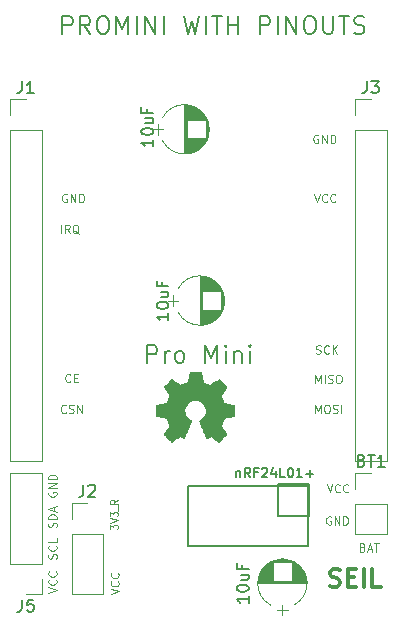
<source format=gbr>
G04 #@! TF.FileFunction,Legend,Top*
%FSLAX46Y46*%
G04 Gerber Fmt 4.6, Leading zero omitted, Abs format (unit mm)*
G04 Created by KiCad (PCBNEW 4.0.7-e2-6376~58~ubuntu16.04.1) date Mon Apr  2 12:22:34 2018*
%MOMM*%
%LPD*%
G01*
G04 APERTURE LIST*
%ADD10C,0.100000*%
%ADD11C,0.300000*%
%ADD12C,0.120000*%
%ADD13C,0.150000*%
%ADD14C,0.010000*%
%ADD15C,0.160000*%
G04 APERTURE END LIST*
D10*
D11*
X132421571Y-107160143D02*
X132635857Y-107231571D01*
X132993000Y-107231571D01*
X133135857Y-107160143D01*
X133207286Y-107088714D01*
X133278714Y-106945857D01*
X133278714Y-106803000D01*
X133207286Y-106660143D01*
X133135857Y-106588714D01*
X132993000Y-106517286D01*
X132707286Y-106445857D01*
X132564428Y-106374429D01*
X132493000Y-106303000D01*
X132421571Y-106160143D01*
X132421571Y-106017286D01*
X132493000Y-105874429D01*
X132564428Y-105803000D01*
X132707286Y-105731571D01*
X133064428Y-105731571D01*
X133278714Y-105803000D01*
X133921571Y-106445857D02*
X134421571Y-106445857D01*
X134635857Y-107231571D02*
X133921571Y-107231571D01*
X133921571Y-105731571D01*
X134635857Y-105731571D01*
X135278714Y-107231571D02*
X135278714Y-105731571D01*
X136707286Y-107231571D02*
X135993000Y-107231571D01*
X135993000Y-105731571D01*
D10*
X109646334Y-77278667D02*
X109646334Y-76578667D01*
X110379667Y-77278667D02*
X110146333Y-76945333D01*
X109979667Y-77278667D02*
X109979667Y-76578667D01*
X110246333Y-76578667D01*
X110313000Y-76612000D01*
X110346333Y-76645333D01*
X110379667Y-76712000D01*
X110379667Y-76812000D01*
X110346333Y-76878667D01*
X110313000Y-76912000D01*
X110246333Y-76945333D01*
X109979667Y-76945333D01*
X111146333Y-77345333D02*
X111079667Y-77312000D01*
X111013000Y-77245333D01*
X110913000Y-77145333D01*
X110846333Y-77112000D01*
X110779667Y-77112000D01*
X110813000Y-77278667D02*
X110746333Y-77245333D01*
X110679667Y-77178667D01*
X110646333Y-77045333D01*
X110646333Y-76812000D01*
X110679667Y-76678667D01*
X110746333Y-76612000D01*
X110813000Y-76578667D01*
X110946333Y-76578667D01*
X111013000Y-76612000D01*
X111079667Y-76678667D01*
X111113000Y-76812000D01*
X111113000Y-77045333D01*
X111079667Y-77178667D01*
X111013000Y-77245333D01*
X110946333Y-77278667D01*
X110813000Y-77278667D01*
X110070167Y-92452000D02*
X110036833Y-92485333D01*
X109936833Y-92518667D01*
X109870167Y-92518667D01*
X109770167Y-92485333D01*
X109703500Y-92418667D01*
X109670167Y-92352000D01*
X109636833Y-92218667D01*
X109636833Y-92118667D01*
X109670167Y-91985333D01*
X109703500Y-91918667D01*
X109770167Y-91852000D01*
X109870167Y-91818667D01*
X109936833Y-91818667D01*
X110036833Y-91852000D01*
X110070167Y-91885333D01*
X110336833Y-92485333D02*
X110436833Y-92518667D01*
X110603500Y-92518667D01*
X110670167Y-92485333D01*
X110703500Y-92452000D01*
X110736833Y-92385333D01*
X110736833Y-92318667D01*
X110703500Y-92252000D01*
X110670167Y-92218667D01*
X110603500Y-92185333D01*
X110470167Y-92152000D01*
X110403500Y-92118667D01*
X110370167Y-92085333D01*
X110336833Y-92018667D01*
X110336833Y-91952000D01*
X110370167Y-91885333D01*
X110403500Y-91852000D01*
X110470167Y-91818667D01*
X110636833Y-91818667D01*
X110736833Y-91852000D01*
X111036834Y-92518667D02*
X111036834Y-91818667D01*
X111436834Y-92518667D01*
X111436834Y-91818667D01*
X110453501Y-89848500D02*
X110420167Y-89881833D01*
X110320167Y-89915167D01*
X110253501Y-89915167D01*
X110153501Y-89881833D01*
X110086834Y-89815167D01*
X110053501Y-89748500D01*
X110020167Y-89615167D01*
X110020167Y-89515167D01*
X110053501Y-89381833D01*
X110086834Y-89315167D01*
X110153501Y-89248500D01*
X110253501Y-89215167D01*
X110320167Y-89215167D01*
X110420167Y-89248500D01*
X110453501Y-89281833D01*
X110753501Y-89548500D02*
X110986834Y-89548500D01*
X111086834Y-89915167D02*
X110753501Y-89915167D01*
X110753501Y-89215167D01*
X111086834Y-89215167D01*
X131170501Y-92518667D02*
X131170501Y-91818667D01*
X131403834Y-92318667D01*
X131637167Y-91818667D01*
X131637167Y-92518667D01*
X132103834Y-91818667D02*
X132237167Y-91818667D01*
X132303834Y-91852000D01*
X132370501Y-91918667D01*
X132403834Y-92052000D01*
X132403834Y-92285333D01*
X132370501Y-92418667D01*
X132303834Y-92485333D01*
X132237167Y-92518667D01*
X132103834Y-92518667D01*
X132037167Y-92485333D01*
X131970501Y-92418667D01*
X131937167Y-92285333D01*
X131937167Y-92052000D01*
X131970501Y-91918667D01*
X132037167Y-91852000D01*
X132103834Y-91818667D01*
X132670500Y-92485333D02*
X132770500Y-92518667D01*
X132937167Y-92518667D01*
X133003834Y-92485333D01*
X133037167Y-92452000D01*
X133070500Y-92385333D01*
X133070500Y-92318667D01*
X133037167Y-92252000D01*
X133003834Y-92218667D01*
X132937167Y-92185333D01*
X132803834Y-92152000D01*
X132737167Y-92118667D01*
X132703834Y-92085333D01*
X132670500Y-92018667D01*
X132670500Y-91952000D01*
X132703834Y-91885333D01*
X132737167Y-91852000D01*
X132803834Y-91818667D01*
X132970500Y-91818667D01*
X133070500Y-91852000D01*
X133370501Y-92518667D02*
X133370501Y-91818667D01*
X131170501Y-89978667D02*
X131170501Y-89278667D01*
X131403834Y-89778667D01*
X131637167Y-89278667D01*
X131637167Y-89978667D01*
X131970501Y-89978667D02*
X131970501Y-89278667D01*
X132270500Y-89945333D02*
X132370500Y-89978667D01*
X132537167Y-89978667D01*
X132603834Y-89945333D01*
X132637167Y-89912000D01*
X132670500Y-89845333D01*
X132670500Y-89778667D01*
X132637167Y-89712000D01*
X132603834Y-89678667D01*
X132537167Y-89645333D01*
X132403834Y-89612000D01*
X132337167Y-89578667D01*
X132303834Y-89545333D01*
X132270500Y-89478667D01*
X132270500Y-89412000D01*
X132303834Y-89345333D01*
X132337167Y-89312000D01*
X132403834Y-89278667D01*
X132570500Y-89278667D01*
X132670500Y-89312000D01*
X133103834Y-89278667D02*
X133237167Y-89278667D01*
X133303834Y-89312000D01*
X133370501Y-89378667D01*
X133403834Y-89512000D01*
X133403834Y-89745333D01*
X133370501Y-89878667D01*
X133303834Y-89945333D01*
X133237167Y-89978667D01*
X133103834Y-89978667D01*
X133037167Y-89945333D01*
X132970501Y-89878667D01*
X132937167Y-89745333D01*
X132937167Y-89512000D01*
X132970501Y-89378667D01*
X133037167Y-89312000D01*
X133103834Y-89278667D01*
X131243500Y-87468833D02*
X131343500Y-87502167D01*
X131510167Y-87502167D01*
X131576834Y-87468833D01*
X131610167Y-87435500D01*
X131643500Y-87368833D01*
X131643500Y-87302167D01*
X131610167Y-87235500D01*
X131576834Y-87202167D01*
X131510167Y-87168833D01*
X131376834Y-87135500D01*
X131310167Y-87102167D01*
X131276834Y-87068833D01*
X131243500Y-87002167D01*
X131243500Y-86935500D01*
X131276834Y-86868833D01*
X131310167Y-86835500D01*
X131376834Y-86802167D01*
X131543500Y-86802167D01*
X131643500Y-86835500D01*
X132343501Y-87435500D02*
X132310167Y-87468833D01*
X132210167Y-87502167D01*
X132143501Y-87502167D01*
X132043501Y-87468833D01*
X131976834Y-87402167D01*
X131943501Y-87335500D01*
X131910167Y-87202167D01*
X131910167Y-87102167D01*
X131943501Y-86968833D01*
X131976834Y-86902167D01*
X132043501Y-86835500D01*
X132143501Y-86802167D01*
X132210167Y-86802167D01*
X132310167Y-86835500D01*
X132343501Y-86868833D01*
X132643501Y-87502167D02*
X132643501Y-86802167D01*
X133043501Y-87502167D02*
X132743501Y-87102167D01*
X133043501Y-86802167D02*
X132643501Y-87202167D01*
X110147167Y-74008500D02*
X110080501Y-73975167D01*
X109980501Y-73975167D01*
X109880501Y-74008500D01*
X109813834Y-74075167D01*
X109780501Y-74141833D01*
X109747167Y-74275167D01*
X109747167Y-74375167D01*
X109780501Y-74508500D01*
X109813834Y-74575167D01*
X109880501Y-74641833D01*
X109980501Y-74675167D01*
X110047167Y-74675167D01*
X110147167Y-74641833D01*
X110180501Y-74608500D01*
X110180501Y-74375167D01*
X110047167Y-74375167D01*
X110480501Y-74675167D02*
X110480501Y-73975167D01*
X110880501Y-74675167D01*
X110880501Y-73975167D01*
X111213834Y-74675167D02*
X111213834Y-73975167D01*
X111380500Y-73975167D01*
X111480500Y-74008500D01*
X111547167Y-74075167D01*
X111580500Y-74141833D01*
X111613834Y-74275167D01*
X111613834Y-74375167D01*
X111580500Y-74508500D01*
X111547167Y-74575167D01*
X111480500Y-74641833D01*
X111380500Y-74675167D01*
X111213834Y-74675167D01*
X131419667Y-68992000D02*
X131353001Y-68958667D01*
X131253001Y-68958667D01*
X131153001Y-68992000D01*
X131086334Y-69058667D01*
X131053001Y-69125333D01*
X131019667Y-69258667D01*
X131019667Y-69358667D01*
X131053001Y-69492000D01*
X131086334Y-69558667D01*
X131153001Y-69625333D01*
X131253001Y-69658667D01*
X131319667Y-69658667D01*
X131419667Y-69625333D01*
X131453001Y-69592000D01*
X131453001Y-69358667D01*
X131319667Y-69358667D01*
X131753001Y-69658667D02*
X131753001Y-68958667D01*
X132153001Y-69658667D01*
X132153001Y-68958667D01*
X132486334Y-69658667D02*
X132486334Y-68958667D01*
X132653000Y-68958667D01*
X132753000Y-68992000D01*
X132819667Y-69058667D01*
X132853000Y-69125333D01*
X132886334Y-69258667D01*
X132886334Y-69358667D01*
X132853000Y-69492000D01*
X132819667Y-69558667D01*
X132753000Y-69625333D01*
X132653000Y-69658667D01*
X132486334Y-69658667D01*
X131083167Y-73975167D02*
X131316500Y-74675167D01*
X131549833Y-73975167D01*
X132183167Y-74608500D02*
X132149833Y-74641833D01*
X132049833Y-74675167D01*
X131983167Y-74675167D01*
X131883167Y-74641833D01*
X131816500Y-74575167D01*
X131783167Y-74508500D01*
X131749833Y-74375167D01*
X131749833Y-74275167D01*
X131783167Y-74141833D01*
X131816500Y-74075167D01*
X131883167Y-74008500D01*
X131983167Y-73975167D01*
X132049833Y-73975167D01*
X132149833Y-74008500D01*
X132183167Y-74041833D01*
X132883167Y-74608500D02*
X132849833Y-74641833D01*
X132749833Y-74675167D01*
X132683167Y-74675167D01*
X132583167Y-74641833D01*
X132516500Y-74575167D01*
X132483167Y-74508500D01*
X132449833Y-74375167D01*
X132449833Y-74275167D01*
X132483167Y-74141833D01*
X132516500Y-74075167D01*
X132583167Y-74008500D01*
X132683167Y-73975167D01*
X132749833Y-73975167D01*
X132849833Y-74008500D01*
X132883167Y-74041833D01*
X132499167Y-101313500D02*
X132432501Y-101280167D01*
X132332501Y-101280167D01*
X132232501Y-101313500D01*
X132165834Y-101380167D01*
X132132501Y-101446833D01*
X132099167Y-101580167D01*
X132099167Y-101680167D01*
X132132501Y-101813500D01*
X132165834Y-101880167D01*
X132232501Y-101946833D01*
X132332501Y-101980167D01*
X132399167Y-101980167D01*
X132499167Y-101946833D01*
X132532501Y-101913500D01*
X132532501Y-101680167D01*
X132399167Y-101680167D01*
X132832501Y-101980167D02*
X132832501Y-101280167D01*
X133232501Y-101980167D01*
X133232501Y-101280167D01*
X133565834Y-101980167D02*
X133565834Y-101280167D01*
X133732500Y-101280167D01*
X133832500Y-101313500D01*
X133899167Y-101380167D01*
X133932500Y-101446833D01*
X133965834Y-101580167D01*
X133965834Y-101680167D01*
X133932500Y-101813500D01*
X133899167Y-101880167D01*
X133832500Y-101946833D01*
X133732500Y-101980167D01*
X133565834Y-101980167D01*
X132162667Y-98549667D02*
X132396000Y-99249667D01*
X132629333Y-98549667D01*
X133262667Y-99183000D02*
X133229333Y-99216333D01*
X133129333Y-99249667D01*
X133062667Y-99249667D01*
X132962667Y-99216333D01*
X132896000Y-99149667D01*
X132862667Y-99083000D01*
X132829333Y-98949667D01*
X132829333Y-98849667D01*
X132862667Y-98716333D01*
X132896000Y-98649667D01*
X132962667Y-98583000D01*
X133062667Y-98549667D01*
X133129333Y-98549667D01*
X133229333Y-98583000D01*
X133262667Y-98616333D01*
X133962667Y-99183000D02*
X133929333Y-99216333D01*
X133829333Y-99249667D01*
X133762667Y-99249667D01*
X133662667Y-99216333D01*
X133596000Y-99149667D01*
X133562667Y-99083000D01*
X133529333Y-98949667D01*
X133529333Y-98849667D01*
X133562667Y-98716333D01*
X133596000Y-98649667D01*
X133662667Y-98583000D01*
X133762667Y-98549667D01*
X133829333Y-98549667D01*
X133929333Y-98583000D01*
X133962667Y-98616333D01*
X135182834Y-103899500D02*
X135282834Y-103932833D01*
X135316167Y-103966167D01*
X135349501Y-104032833D01*
X135349501Y-104132833D01*
X135316167Y-104199500D01*
X135282834Y-104232833D01*
X135216167Y-104266167D01*
X134949501Y-104266167D01*
X134949501Y-103566167D01*
X135182834Y-103566167D01*
X135249501Y-103599500D01*
X135282834Y-103632833D01*
X135316167Y-103699500D01*
X135316167Y-103766167D01*
X135282834Y-103832833D01*
X135249501Y-103866167D01*
X135182834Y-103899500D01*
X134949501Y-103899500D01*
X135616167Y-104066167D02*
X135949501Y-104066167D01*
X135549501Y-104266167D02*
X135782834Y-103566167D01*
X136016167Y-104266167D01*
X136149501Y-103566167D02*
X136549501Y-103566167D01*
X136349501Y-104266167D02*
X136349501Y-103566167D01*
X113844429Y-102363429D02*
X113844429Y-101992000D01*
X114073000Y-102192000D01*
X114073000Y-102106286D01*
X114101571Y-102049143D01*
X114130143Y-102020572D01*
X114187286Y-101992000D01*
X114330143Y-101992000D01*
X114387286Y-102020572D01*
X114415857Y-102049143D01*
X114444429Y-102106286D01*
X114444429Y-102277714D01*
X114415857Y-102334857D01*
X114387286Y-102363429D01*
X113844429Y-101820571D02*
X114444429Y-101620571D01*
X113844429Y-101420571D01*
X113844429Y-101277714D02*
X113844429Y-100906285D01*
X114073000Y-101106285D01*
X114073000Y-101020571D01*
X114101571Y-100963428D01*
X114130143Y-100934857D01*
X114187286Y-100906285D01*
X114330143Y-100906285D01*
X114387286Y-100934857D01*
X114415857Y-100963428D01*
X114444429Y-101020571D01*
X114444429Y-101191999D01*
X114415857Y-101249142D01*
X114387286Y-101277714D01*
X114501571Y-100791999D02*
X114501571Y-100334856D01*
X114444429Y-99849142D02*
X114158714Y-100049142D01*
X114444429Y-100191999D02*
X113844429Y-100191999D01*
X113844429Y-99963427D01*
X113873000Y-99906285D01*
X113901571Y-99877713D01*
X113958714Y-99849142D01*
X114044429Y-99849142D01*
X114101571Y-99877713D01*
X114130143Y-99906285D01*
X114158714Y-99963427D01*
X114158714Y-100191999D01*
X113853167Y-107867333D02*
X114553167Y-107634000D01*
X113853167Y-107400667D01*
X114486500Y-106767333D02*
X114519833Y-106800667D01*
X114553167Y-106900667D01*
X114553167Y-106967333D01*
X114519833Y-107067333D01*
X114453167Y-107134000D01*
X114386500Y-107167333D01*
X114253167Y-107200667D01*
X114153167Y-107200667D01*
X114019833Y-107167333D01*
X113953167Y-107134000D01*
X113886500Y-107067333D01*
X113853167Y-106967333D01*
X113853167Y-106900667D01*
X113886500Y-106800667D01*
X113919833Y-106767333D01*
X114486500Y-106067333D02*
X114519833Y-106100667D01*
X114553167Y-106200667D01*
X114553167Y-106267333D01*
X114519833Y-106367333D01*
X114453167Y-106434000D01*
X114386500Y-106467333D01*
X114253167Y-106500667D01*
X114153167Y-106500667D01*
X114019833Y-106467333D01*
X113953167Y-106434000D01*
X113886500Y-106367333D01*
X113853167Y-106267333D01*
X113853167Y-106200667D01*
X113886500Y-106100667D01*
X113919833Y-106067333D01*
X108616000Y-99212333D02*
X108582667Y-99278999D01*
X108582667Y-99378999D01*
X108616000Y-99478999D01*
X108682667Y-99545666D01*
X108749333Y-99578999D01*
X108882667Y-99612333D01*
X108982667Y-99612333D01*
X109116000Y-99578999D01*
X109182667Y-99545666D01*
X109249333Y-99478999D01*
X109282667Y-99378999D01*
X109282667Y-99312333D01*
X109249333Y-99212333D01*
X109216000Y-99178999D01*
X108982667Y-99178999D01*
X108982667Y-99312333D01*
X109282667Y-98878999D02*
X108582667Y-98878999D01*
X109282667Y-98478999D01*
X108582667Y-98478999D01*
X109282667Y-98145666D02*
X108582667Y-98145666D01*
X108582667Y-97979000D01*
X108616000Y-97879000D01*
X108682667Y-97812333D01*
X108749333Y-97779000D01*
X108882667Y-97745666D01*
X108982667Y-97745666D01*
X109116000Y-97779000D01*
X109182667Y-97812333D01*
X109249333Y-97879000D01*
X109282667Y-97979000D01*
X109282667Y-98145666D01*
X109249333Y-102196000D02*
X109282667Y-102096000D01*
X109282667Y-101929333D01*
X109249333Y-101862666D01*
X109216000Y-101829333D01*
X109149333Y-101796000D01*
X109082667Y-101796000D01*
X109016000Y-101829333D01*
X108982667Y-101862666D01*
X108949333Y-101929333D01*
X108916000Y-102062666D01*
X108882667Y-102129333D01*
X108849333Y-102162666D01*
X108782667Y-102196000D01*
X108716000Y-102196000D01*
X108649333Y-102162666D01*
X108616000Y-102129333D01*
X108582667Y-102062666D01*
X108582667Y-101896000D01*
X108616000Y-101796000D01*
X109282667Y-101495999D02*
X108582667Y-101495999D01*
X108582667Y-101329333D01*
X108616000Y-101229333D01*
X108682667Y-101162666D01*
X108749333Y-101129333D01*
X108882667Y-101095999D01*
X108982667Y-101095999D01*
X109116000Y-101129333D01*
X109182667Y-101162666D01*
X109249333Y-101229333D01*
X109282667Y-101329333D01*
X109282667Y-101495999D01*
X109082667Y-100829333D02*
X109082667Y-100495999D01*
X109282667Y-100895999D02*
X108582667Y-100662666D01*
X109282667Y-100429333D01*
X109249333Y-104846334D02*
X109282667Y-104746334D01*
X109282667Y-104579667D01*
X109249333Y-104513000D01*
X109216000Y-104479667D01*
X109149333Y-104446334D01*
X109082667Y-104446334D01*
X109016000Y-104479667D01*
X108982667Y-104513000D01*
X108949333Y-104579667D01*
X108916000Y-104713000D01*
X108882667Y-104779667D01*
X108849333Y-104813000D01*
X108782667Y-104846334D01*
X108716000Y-104846334D01*
X108649333Y-104813000D01*
X108616000Y-104779667D01*
X108582667Y-104713000D01*
X108582667Y-104546334D01*
X108616000Y-104446334D01*
X109216000Y-103746333D02*
X109249333Y-103779667D01*
X109282667Y-103879667D01*
X109282667Y-103946333D01*
X109249333Y-104046333D01*
X109182667Y-104113000D01*
X109116000Y-104146333D01*
X108982667Y-104179667D01*
X108882667Y-104179667D01*
X108749333Y-104146333D01*
X108682667Y-104113000D01*
X108616000Y-104046333D01*
X108582667Y-103946333D01*
X108582667Y-103879667D01*
X108616000Y-103779667D01*
X108649333Y-103746333D01*
X109282667Y-103113000D02*
X109282667Y-103446333D01*
X108582667Y-103446333D01*
X108582667Y-107740333D02*
X109282667Y-107507000D01*
X108582667Y-107273667D01*
X109216000Y-106640333D02*
X109249333Y-106673667D01*
X109282667Y-106773667D01*
X109282667Y-106840333D01*
X109249333Y-106940333D01*
X109182667Y-107007000D01*
X109116000Y-107040333D01*
X108982667Y-107073667D01*
X108882667Y-107073667D01*
X108749333Y-107040333D01*
X108682667Y-107007000D01*
X108616000Y-106940333D01*
X108582667Y-106840333D01*
X108582667Y-106773667D01*
X108616000Y-106673667D01*
X108649333Y-106640333D01*
X109216000Y-105940333D02*
X109249333Y-105973667D01*
X109282667Y-106073667D01*
X109282667Y-106140333D01*
X109249333Y-106240333D01*
X109182667Y-106307000D01*
X109116000Y-106340333D01*
X108982667Y-106373667D01*
X108882667Y-106373667D01*
X108749333Y-106340333D01*
X108682667Y-106307000D01*
X108616000Y-106240333D01*
X108582667Y-106140333D01*
X108582667Y-106073667D01*
X108616000Y-105973667D01*
X108649333Y-105940333D01*
D12*
X134560000Y-100203000D02*
X134560000Y-102803000D01*
X134560000Y-102803000D02*
X137220000Y-102803000D01*
X137220000Y-102803000D02*
X137220000Y-100203000D01*
X137220000Y-100203000D02*
X134560000Y-100203000D01*
X134560000Y-98933000D02*
X134560000Y-97603000D01*
X134560000Y-97603000D02*
X135890000Y-97603000D01*
X127417830Y-105103564D02*
G75*
G03X127417000Y-108795996I979170J-1846436D01*
G01*
X129376170Y-105103564D02*
G75*
G02X129377000Y-108795996I-979170J-1846436D01*
G01*
X129376170Y-105103564D02*
G75*
G03X127417000Y-105104004I-979170J-1846436D01*
G01*
X126347000Y-106950000D02*
X130447000Y-106950000D01*
X126347000Y-106910000D02*
X130447000Y-106910000D01*
X126348000Y-106870000D02*
X130446000Y-106870000D01*
X126350000Y-106830000D02*
X130444000Y-106830000D01*
X126353000Y-106790000D02*
X130441000Y-106790000D01*
X126356000Y-106750000D02*
X130438000Y-106750000D01*
X126360000Y-106710000D02*
X127617000Y-106710000D01*
X129177000Y-106710000D02*
X130434000Y-106710000D01*
X126365000Y-106670000D02*
X127617000Y-106670000D01*
X129177000Y-106670000D02*
X130429000Y-106670000D01*
X126371000Y-106630000D02*
X127617000Y-106630000D01*
X129177000Y-106630000D02*
X130423000Y-106630000D01*
X126378000Y-106590000D02*
X127617000Y-106590000D01*
X129177000Y-106590000D02*
X130416000Y-106590000D01*
X126385000Y-106550000D02*
X127617000Y-106550000D01*
X129177000Y-106550000D02*
X130409000Y-106550000D01*
X126393000Y-106510000D02*
X127617000Y-106510000D01*
X129177000Y-106510000D02*
X130401000Y-106510000D01*
X126402000Y-106470000D02*
X127617000Y-106470000D01*
X129177000Y-106470000D02*
X130392000Y-106470000D01*
X126412000Y-106430000D02*
X127617000Y-106430000D01*
X129177000Y-106430000D02*
X130382000Y-106430000D01*
X126423000Y-106390000D02*
X127617000Y-106390000D01*
X129177000Y-106390000D02*
X130371000Y-106390000D01*
X126434000Y-106350000D02*
X127617000Y-106350000D01*
X129177000Y-106350000D02*
X130360000Y-106350000D01*
X126447000Y-106310000D02*
X127617000Y-106310000D01*
X129177000Y-106310000D02*
X130347000Y-106310000D01*
X126460000Y-106270000D02*
X127617000Y-106270000D01*
X129177000Y-106270000D02*
X130334000Y-106270000D01*
X126474000Y-106229000D02*
X127617000Y-106229000D01*
X129177000Y-106229000D02*
X130320000Y-106229000D01*
X126490000Y-106189000D02*
X127617000Y-106189000D01*
X129177000Y-106189000D02*
X130304000Y-106189000D01*
X126506000Y-106149000D02*
X127617000Y-106149000D01*
X129177000Y-106149000D02*
X130288000Y-106149000D01*
X126523000Y-106109000D02*
X127617000Y-106109000D01*
X129177000Y-106109000D02*
X130271000Y-106109000D01*
X126541000Y-106069000D02*
X127617000Y-106069000D01*
X129177000Y-106069000D02*
X130253000Y-106069000D01*
X126560000Y-106029000D02*
X127617000Y-106029000D01*
X129177000Y-106029000D02*
X130234000Y-106029000D01*
X126580000Y-105989000D02*
X127617000Y-105989000D01*
X129177000Y-105989000D02*
X130214000Y-105989000D01*
X126601000Y-105949000D02*
X127617000Y-105949000D01*
X129177000Y-105949000D02*
X130193000Y-105949000D01*
X126624000Y-105909000D02*
X127617000Y-105909000D01*
X129177000Y-105909000D02*
X130170000Y-105909000D01*
X126647000Y-105869000D02*
X127617000Y-105869000D01*
X129177000Y-105869000D02*
X130147000Y-105869000D01*
X126672000Y-105829000D02*
X127617000Y-105829000D01*
X129177000Y-105829000D02*
X130122000Y-105829000D01*
X126698000Y-105789000D02*
X127617000Y-105789000D01*
X129177000Y-105789000D02*
X130096000Y-105789000D01*
X126725000Y-105749000D02*
X127617000Y-105749000D01*
X129177000Y-105749000D02*
X130069000Y-105749000D01*
X126754000Y-105709000D02*
X127617000Y-105709000D01*
X129177000Y-105709000D02*
X130040000Y-105709000D01*
X126784000Y-105669000D02*
X127617000Y-105669000D01*
X129177000Y-105669000D02*
X130010000Y-105669000D01*
X126816000Y-105629000D02*
X127617000Y-105629000D01*
X129177000Y-105629000D02*
X129978000Y-105629000D01*
X126850000Y-105589000D02*
X127617000Y-105589000D01*
X129177000Y-105589000D02*
X129944000Y-105589000D01*
X126885000Y-105549000D02*
X127617000Y-105549000D01*
X129177000Y-105549000D02*
X129909000Y-105549000D01*
X126922000Y-105509000D02*
X127617000Y-105509000D01*
X129177000Y-105509000D02*
X129872000Y-105509000D01*
X126961000Y-105469000D02*
X127617000Y-105469000D01*
X129177000Y-105469000D02*
X129833000Y-105469000D01*
X127002000Y-105429000D02*
X127617000Y-105429000D01*
X129177000Y-105429000D02*
X129792000Y-105429000D01*
X127046000Y-105389000D02*
X127617000Y-105389000D01*
X129177000Y-105389000D02*
X129748000Y-105389000D01*
X127092000Y-105349000D02*
X127617000Y-105349000D01*
X129177000Y-105349000D02*
X129702000Y-105349000D01*
X127141000Y-105309000D02*
X127617000Y-105309000D01*
X129177000Y-105309000D02*
X129653000Y-105309000D01*
X127193000Y-105269000D02*
X127617000Y-105269000D01*
X129177000Y-105269000D02*
X129601000Y-105269000D01*
X127249000Y-105229000D02*
X127617000Y-105229000D01*
X129177000Y-105229000D02*
X129545000Y-105229000D01*
X127309000Y-105189000D02*
X127617000Y-105189000D01*
X129177000Y-105189000D02*
X129485000Y-105189000D01*
X127374000Y-105149000D02*
X129420000Y-105149000D01*
X127445000Y-105109000D02*
X129349000Y-105109000D01*
X127523000Y-105069000D02*
X129271000Y-105069000D01*
X127611000Y-105029000D02*
X129183000Y-105029000D01*
X127711000Y-104989000D02*
X129083000Y-104989000D01*
X127830000Y-104949000D02*
X128964000Y-104949000D01*
X127982000Y-104909000D02*
X128812000Y-104909000D01*
X128232000Y-104869000D02*
X128562000Y-104869000D01*
X128397000Y-109650000D02*
X128397000Y-108750000D01*
X127947000Y-109200000D02*
X128847000Y-109200000D01*
X105350000Y-68580000D02*
X105350000Y-96580000D01*
X105350000Y-96580000D02*
X108010000Y-96580000D01*
X108010000Y-96580000D02*
X108010000Y-68580000D01*
X108010000Y-68580000D02*
X105350000Y-68580000D01*
X105350000Y-67310000D02*
X105350000Y-65980000D01*
X105350000Y-65980000D02*
X106680000Y-65980000D01*
X110557000Y-102743000D02*
X110557000Y-107883000D01*
X110557000Y-107883000D02*
X113217000Y-107883000D01*
X113217000Y-107883000D02*
X113217000Y-102743000D01*
X113217000Y-102743000D02*
X110557000Y-102743000D01*
X110557000Y-101473000D02*
X110557000Y-100143000D01*
X110557000Y-100143000D02*
X111887000Y-100143000D01*
X134560000Y-68580000D02*
X134560000Y-96580000D01*
X134560000Y-96580000D02*
X137220000Y-96580000D01*
X137220000Y-96580000D02*
X137220000Y-68580000D01*
X137220000Y-68580000D02*
X134560000Y-68580000D01*
X134560000Y-67310000D02*
X134560000Y-65980000D01*
X134560000Y-65980000D02*
X135890000Y-65980000D01*
D13*
X128016000Y-98552000D02*
X130683000Y-98552000D01*
X130683000Y-98552000D02*
X130683000Y-101219000D01*
X122936000Y-98679000D02*
X120396000Y-98679000D01*
X120396000Y-98679000D02*
X120396000Y-101219000D01*
X128016000Y-98679000D02*
X128016000Y-101219000D01*
X128016000Y-101219000D02*
X130556000Y-101219000D01*
X122936000Y-98679000D02*
X130556000Y-98679000D01*
X130556000Y-98679000D02*
X130556000Y-103759000D01*
X130556000Y-103759000D02*
X120396000Y-103759000D01*
X120396000Y-103759000D02*
X120396000Y-101219000D01*
D12*
X108010000Y-105283000D02*
X108010000Y-97603000D01*
X108010000Y-97603000D02*
X105350000Y-97603000D01*
X105350000Y-97603000D02*
X105350000Y-105283000D01*
X105350000Y-105283000D02*
X108010000Y-105283000D01*
X108010000Y-106553000D02*
X108010000Y-107883000D01*
X108010000Y-107883000D02*
X106680000Y-107883000D01*
D14*
G36*
X121555814Y-89468931D02*
X121639635Y-89913555D01*
X121948920Y-90041053D01*
X122258206Y-90168551D01*
X122629246Y-89916246D01*
X122733157Y-89845996D01*
X122827087Y-89783272D01*
X122906652Y-89730938D01*
X122967470Y-89691857D01*
X123005157Y-89668893D01*
X123015421Y-89663942D01*
X123033910Y-89676676D01*
X123073420Y-89711882D01*
X123129522Y-89765062D01*
X123197787Y-89831718D01*
X123273786Y-89907354D01*
X123353092Y-89987472D01*
X123431275Y-90067574D01*
X123503907Y-90143164D01*
X123566559Y-90209745D01*
X123614803Y-90262818D01*
X123644210Y-90297887D01*
X123651241Y-90309623D01*
X123641123Y-90331260D01*
X123612759Y-90378662D01*
X123569129Y-90447193D01*
X123513218Y-90532215D01*
X123448006Y-90629093D01*
X123410219Y-90684350D01*
X123341343Y-90785248D01*
X123280140Y-90876299D01*
X123229578Y-90952970D01*
X123192628Y-91010728D01*
X123172258Y-91045043D01*
X123169197Y-91052254D01*
X123176136Y-91072748D01*
X123195051Y-91120513D01*
X123223087Y-91188832D01*
X123257391Y-91270989D01*
X123295109Y-91360270D01*
X123333387Y-91449958D01*
X123369370Y-91533338D01*
X123400206Y-91603694D01*
X123423039Y-91654310D01*
X123435017Y-91678471D01*
X123435724Y-91679422D01*
X123454531Y-91684036D01*
X123504618Y-91694328D01*
X123580793Y-91709287D01*
X123677865Y-91727901D01*
X123790643Y-91749159D01*
X123856442Y-91761418D01*
X123976950Y-91784362D01*
X124085797Y-91806195D01*
X124177476Y-91825722D01*
X124246481Y-91841748D01*
X124287304Y-91853079D01*
X124295511Y-91856674D01*
X124303548Y-91881006D01*
X124310033Y-91935959D01*
X124314970Y-92015108D01*
X124318364Y-92112026D01*
X124320218Y-92220287D01*
X124320538Y-92333465D01*
X124319327Y-92445135D01*
X124316590Y-92548868D01*
X124312331Y-92638241D01*
X124306555Y-92706826D01*
X124299267Y-92748197D01*
X124294895Y-92756810D01*
X124268764Y-92767133D01*
X124213393Y-92781892D01*
X124136107Y-92799352D01*
X124044230Y-92817780D01*
X124012158Y-92823741D01*
X123857524Y-92852066D01*
X123735375Y-92874876D01*
X123641673Y-92893080D01*
X123572384Y-92907583D01*
X123523471Y-92919292D01*
X123490897Y-92929115D01*
X123470628Y-92937956D01*
X123458626Y-92946724D01*
X123456947Y-92948457D01*
X123440184Y-92976371D01*
X123414614Y-93030695D01*
X123382788Y-93104777D01*
X123347260Y-93191965D01*
X123310583Y-93285608D01*
X123275311Y-93379052D01*
X123243996Y-93465647D01*
X123219193Y-93538740D01*
X123203454Y-93591678D01*
X123199332Y-93617811D01*
X123199676Y-93618726D01*
X123213641Y-93640086D01*
X123245322Y-93687084D01*
X123291391Y-93754827D01*
X123348518Y-93838423D01*
X123413373Y-93932982D01*
X123431843Y-93959854D01*
X123497699Y-94057275D01*
X123555650Y-94146163D01*
X123602538Y-94221412D01*
X123635207Y-94277920D01*
X123650500Y-94310581D01*
X123651241Y-94314593D01*
X123638392Y-94335684D01*
X123602888Y-94377464D01*
X123549293Y-94435445D01*
X123482171Y-94505135D01*
X123406087Y-94582045D01*
X123325604Y-94661683D01*
X123245287Y-94739561D01*
X123169699Y-94811186D01*
X123103405Y-94872070D01*
X123050969Y-94917721D01*
X123016955Y-94943650D01*
X123007545Y-94947883D01*
X122985643Y-94937912D01*
X122940800Y-94911020D01*
X122880321Y-94871736D01*
X122833789Y-94840117D01*
X122749475Y-94782098D01*
X122649626Y-94713784D01*
X122549473Y-94645579D01*
X122495627Y-94609075D01*
X122313371Y-94485800D01*
X122160381Y-94568520D01*
X122090682Y-94604759D01*
X122031414Y-94632926D01*
X121991311Y-94648991D01*
X121981103Y-94651226D01*
X121968829Y-94634722D01*
X121944613Y-94588082D01*
X121910263Y-94515609D01*
X121867588Y-94421606D01*
X121818394Y-94310374D01*
X121764490Y-94186215D01*
X121707684Y-94053432D01*
X121649782Y-93916327D01*
X121592593Y-93779202D01*
X121537924Y-93646358D01*
X121487584Y-93522098D01*
X121443380Y-93410725D01*
X121407119Y-93316539D01*
X121380609Y-93243844D01*
X121365658Y-93196941D01*
X121363254Y-93180833D01*
X121382311Y-93160286D01*
X121424036Y-93126933D01*
X121479706Y-93087702D01*
X121484378Y-93084599D01*
X121628264Y-92969423D01*
X121744283Y-92835053D01*
X121831430Y-92685784D01*
X121888699Y-92525913D01*
X121915086Y-92359737D01*
X121909585Y-92191552D01*
X121871190Y-92025655D01*
X121798895Y-91866342D01*
X121777626Y-91831487D01*
X121666996Y-91690737D01*
X121536302Y-91577714D01*
X121390064Y-91493003D01*
X121232808Y-91437194D01*
X121069057Y-91410874D01*
X120903333Y-91414630D01*
X120740162Y-91449050D01*
X120584065Y-91514723D01*
X120439567Y-91612235D01*
X120394869Y-91651813D01*
X120281112Y-91775703D01*
X120198218Y-91906124D01*
X120141356Y-92052315D01*
X120109687Y-92197088D01*
X120101869Y-92359860D01*
X120127938Y-92523440D01*
X120185245Y-92682298D01*
X120271144Y-92830906D01*
X120382986Y-92963735D01*
X120518123Y-93075256D01*
X120535883Y-93087011D01*
X120592150Y-93125508D01*
X120634923Y-93158863D01*
X120655372Y-93180160D01*
X120655669Y-93180833D01*
X120651279Y-93203871D01*
X120633876Y-93256157D01*
X120605268Y-93333390D01*
X120567265Y-93431268D01*
X120521674Y-93545491D01*
X120470303Y-93671758D01*
X120414962Y-93805767D01*
X120357458Y-93943218D01*
X120299601Y-94079808D01*
X120243198Y-94211237D01*
X120190058Y-94333205D01*
X120141990Y-94441409D01*
X120100801Y-94531549D01*
X120068301Y-94599323D01*
X120046297Y-94640430D01*
X120037436Y-94651226D01*
X120010360Y-94642819D01*
X119959697Y-94620272D01*
X119894183Y-94587613D01*
X119858159Y-94568520D01*
X119705168Y-94485800D01*
X119522912Y-94609075D01*
X119429875Y-94672228D01*
X119328015Y-94741727D01*
X119232562Y-94807165D01*
X119184750Y-94840117D01*
X119117505Y-94885273D01*
X119060564Y-94921057D01*
X119021354Y-94942938D01*
X119008619Y-94947563D01*
X118990083Y-94935085D01*
X118949059Y-94900252D01*
X118889525Y-94846678D01*
X118815458Y-94777983D01*
X118730835Y-94697781D01*
X118677315Y-94646286D01*
X118583681Y-94554286D01*
X118502759Y-94471999D01*
X118437823Y-94402945D01*
X118392142Y-94350644D01*
X118368989Y-94318616D01*
X118366768Y-94312116D01*
X118377076Y-94287394D01*
X118405561Y-94237405D01*
X118449063Y-94167212D01*
X118504423Y-94081875D01*
X118568480Y-93986456D01*
X118586697Y-93959854D01*
X118653073Y-93863167D01*
X118712622Y-93776117D01*
X118762016Y-93703595D01*
X118797925Y-93650493D01*
X118817019Y-93621703D01*
X118818864Y-93618726D01*
X118816105Y-93595782D01*
X118801462Y-93545336D01*
X118777487Y-93474041D01*
X118746734Y-93388547D01*
X118711756Y-93295507D01*
X118675107Y-93201574D01*
X118639339Y-93113399D01*
X118607006Y-93037634D01*
X118580662Y-92980931D01*
X118562858Y-92949943D01*
X118561593Y-92948457D01*
X118550706Y-92939601D01*
X118532318Y-92930843D01*
X118502394Y-92921277D01*
X118456897Y-92909996D01*
X118391791Y-92896093D01*
X118303039Y-92878663D01*
X118186607Y-92856798D01*
X118038458Y-92829591D01*
X118006382Y-92823741D01*
X117911314Y-92805374D01*
X117828435Y-92787405D01*
X117765070Y-92771569D01*
X117728542Y-92759600D01*
X117723644Y-92756810D01*
X117715573Y-92732072D01*
X117709013Y-92676790D01*
X117703967Y-92597389D01*
X117700441Y-92500296D01*
X117698439Y-92391938D01*
X117697964Y-92278740D01*
X117699023Y-92167128D01*
X117701618Y-92063529D01*
X117705754Y-91974368D01*
X117711437Y-91906072D01*
X117718669Y-91865066D01*
X117723029Y-91856674D01*
X117747302Y-91848208D01*
X117802574Y-91834435D01*
X117883338Y-91816550D01*
X117984088Y-91795748D01*
X118099317Y-91773223D01*
X118162098Y-91761418D01*
X118281213Y-91739151D01*
X118387435Y-91718979D01*
X118475573Y-91701915D01*
X118540434Y-91688969D01*
X118576826Y-91681155D01*
X118582816Y-91679422D01*
X118592939Y-91659890D01*
X118614338Y-91612843D01*
X118644161Y-91545003D01*
X118679555Y-91463091D01*
X118717668Y-91373828D01*
X118755647Y-91283935D01*
X118790640Y-91200135D01*
X118819794Y-91129147D01*
X118840257Y-91077694D01*
X118849177Y-91052497D01*
X118849343Y-91051396D01*
X118839231Y-91031519D01*
X118810883Y-90985777D01*
X118767277Y-90918717D01*
X118711394Y-90834884D01*
X118646213Y-90738826D01*
X118608321Y-90683650D01*
X118539275Y-90582481D01*
X118477950Y-90490630D01*
X118427337Y-90412744D01*
X118390429Y-90353469D01*
X118370218Y-90317451D01*
X118367299Y-90309377D01*
X118379847Y-90290584D01*
X118414537Y-90250457D01*
X118466937Y-90193493D01*
X118532616Y-90124185D01*
X118607144Y-90047031D01*
X118686087Y-89966525D01*
X118765017Y-89887163D01*
X118839500Y-89813440D01*
X118905106Y-89749852D01*
X118957404Y-89700894D01*
X118991961Y-89671061D01*
X119003522Y-89663942D01*
X119022346Y-89673953D01*
X119067369Y-89702078D01*
X119134213Y-89745454D01*
X119218501Y-89801218D01*
X119315856Y-89866506D01*
X119389293Y-89916246D01*
X119760333Y-90168551D01*
X120378905Y-89913555D01*
X120462725Y-89468931D01*
X120546546Y-89024307D01*
X121471994Y-89024307D01*
X121555814Y-89468931D01*
X121555814Y-89468931D01*
G37*
X121555814Y-89468931D02*
X121639635Y-89913555D01*
X121948920Y-90041053D01*
X122258206Y-90168551D01*
X122629246Y-89916246D01*
X122733157Y-89845996D01*
X122827087Y-89783272D01*
X122906652Y-89730938D01*
X122967470Y-89691857D01*
X123005157Y-89668893D01*
X123015421Y-89663942D01*
X123033910Y-89676676D01*
X123073420Y-89711882D01*
X123129522Y-89765062D01*
X123197787Y-89831718D01*
X123273786Y-89907354D01*
X123353092Y-89987472D01*
X123431275Y-90067574D01*
X123503907Y-90143164D01*
X123566559Y-90209745D01*
X123614803Y-90262818D01*
X123644210Y-90297887D01*
X123651241Y-90309623D01*
X123641123Y-90331260D01*
X123612759Y-90378662D01*
X123569129Y-90447193D01*
X123513218Y-90532215D01*
X123448006Y-90629093D01*
X123410219Y-90684350D01*
X123341343Y-90785248D01*
X123280140Y-90876299D01*
X123229578Y-90952970D01*
X123192628Y-91010728D01*
X123172258Y-91045043D01*
X123169197Y-91052254D01*
X123176136Y-91072748D01*
X123195051Y-91120513D01*
X123223087Y-91188832D01*
X123257391Y-91270989D01*
X123295109Y-91360270D01*
X123333387Y-91449958D01*
X123369370Y-91533338D01*
X123400206Y-91603694D01*
X123423039Y-91654310D01*
X123435017Y-91678471D01*
X123435724Y-91679422D01*
X123454531Y-91684036D01*
X123504618Y-91694328D01*
X123580793Y-91709287D01*
X123677865Y-91727901D01*
X123790643Y-91749159D01*
X123856442Y-91761418D01*
X123976950Y-91784362D01*
X124085797Y-91806195D01*
X124177476Y-91825722D01*
X124246481Y-91841748D01*
X124287304Y-91853079D01*
X124295511Y-91856674D01*
X124303548Y-91881006D01*
X124310033Y-91935959D01*
X124314970Y-92015108D01*
X124318364Y-92112026D01*
X124320218Y-92220287D01*
X124320538Y-92333465D01*
X124319327Y-92445135D01*
X124316590Y-92548868D01*
X124312331Y-92638241D01*
X124306555Y-92706826D01*
X124299267Y-92748197D01*
X124294895Y-92756810D01*
X124268764Y-92767133D01*
X124213393Y-92781892D01*
X124136107Y-92799352D01*
X124044230Y-92817780D01*
X124012158Y-92823741D01*
X123857524Y-92852066D01*
X123735375Y-92874876D01*
X123641673Y-92893080D01*
X123572384Y-92907583D01*
X123523471Y-92919292D01*
X123490897Y-92929115D01*
X123470628Y-92937956D01*
X123458626Y-92946724D01*
X123456947Y-92948457D01*
X123440184Y-92976371D01*
X123414614Y-93030695D01*
X123382788Y-93104777D01*
X123347260Y-93191965D01*
X123310583Y-93285608D01*
X123275311Y-93379052D01*
X123243996Y-93465647D01*
X123219193Y-93538740D01*
X123203454Y-93591678D01*
X123199332Y-93617811D01*
X123199676Y-93618726D01*
X123213641Y-93640086D01*
X123245322Y-93687084D01*
X123291391Y-93754827D01*
X123348518Y-93838423D01*
X123413373Y-93932982D01*
X123431843Y-93959854D01*
X123497699Y-94057275D01*
X123555650Y-94146163D01*
X123602538Y-94221412D01*
X123635207Y-94277920D01*
X123650500Y-94310581D01*
X123651241Y-94314593D01*
X123638392Y-94335684D01*
X123602888Y-94377464D01*
X123549293Y-94435445D01*
X123482171Y-94505135D01*
X123406087Y-94582045D01*
X123325604Y-94661683D01*
X123245287Y-94739561D01*
X123169699Y-94811186D01*
X123103405Y-94872070D01*
X123050969Y-94917721D01*
X123016955Y-94943650D01*
X123007545Y-94947883D01*
X122985643Y-94937912D01*
X122940800Y-94911020D01*
X122880321Y-94871736D01*
X122833789Y-94840117D01*
X122749475Y-94782098D01*
X122649626Y-94713784D01*
X122549473Y-94645579D01*
X122495627Y-94609075D01*
X122313371Y-94485800D01*
X122160381Y-94568520D01*
X122090682Y-94604759D01*
X122031414Y-94632926D01*
X121991311Y-94648991D01*
X121981103Y-94651226D01*
X121968829Y-94634722D01*
X121944613Y-94588082D01*
X121910263Y-94515609D01*
X121867588Y-94421606D01*
X121818394Y-94310374D01*
X121764490Y-94186215D01*
X121707684Y-94053432D01*
X121649782Y-93916327D01*
X121592593Y-93779202D01*
X121537924Y-93646358D01*
X121487584Y-93522098D01*
X121443380Y-93410725D01*
X121407119Y-93316539D01*
X121380609Y-93243844D01*
X121365658Y-93196941D01*
X121363254Y-93180833D01*
X121382311Y-93160286D01*
X121424036Y-93126933D01*
X121479706Y-93087702D01*
X121484378Y-93084599D01*
X121628264Y-92969423D01*
X121744283Y-92835053D01*
X121831430Y-92685784D01*
X121888699Y-92525913D01*
X121915086Y-92359737D01*
X121909585Y-92191552D01*
X121871190Y-92025655D01*
X121798895Y-91866342D01*
X121777626Y-91831487D01*
X121666996Y-91690737D01*
X121536302Y-91577714D01*
X121390064Y-91493003D01*
X121232808Y-91437194D01*
X121069057Y-91410874D01*
X120903333Y-91414630D01*
X120740162Y-91449050D01*
X120584065Y-91514723D01*
X120439567Y-91612235D01*
X120394869Y-91651813D01*
X120281112Y-91775703D01*
X120198218Y-91906124D01*
X120141356Y-92052315D01*
X120109687Y-92197088D01*
X120101869Y-92359860D01*
X120127938Y-92523440D01*
X120185245Y-92682298D01*
X120271144Y-92830906D01*
X120382986Y-92963735D01*
X120518123Y-93075256D01*
X120535883Y-93087011D01*
X120592150Y-93125508D01*
X120634923Y-93158863D01*
X120655372Y-93180160D01*
X120655669Y-93180833D01*
X120651279Y-93203871D01*
X120633876Y-93256157D01*
X120605268Y-93333390D01*
X120567265Y-93431268D01*
X120521674Y-93545491D01*
X120470303Y-93671758D01*
X120414962Y-93805767D01*
X120357458Y-93943218D01*
X120299601Y-94079808D01*
X120243198Y-94211237D01*
X120190058Y-94333205D01*
X120141990Y-94441409D01*
X120100801Y-94531549D01*
X120068301Y-94599323D01*
X120046297Y-94640430D01*
X120037436Y-94651226D01*
X120010360Y-94642819D01*
X119959697Y-94620272D01*
X119894183Y-94587613D01*
X119858159Y-94568520D01*
X119705168Y-94485800D01*
X119522912Y-94609075D01*
X119429875Y-94672228D01*
X119328015Y-94741727D01*
X119232562Y-94807165D01*
X119184750Y-94840117D01*
X119117505Y-94885273D01*
X119060564Y-94921057D01*
X119021354Y-94942938D01*
X119008619Y-94947563D01*
X118990083Y-94935085D01*
X118949059Y-94900252D01*
X118889525Y-94846678D01*
X118815458Y-94777983D01*
X118730835Y-94697781D01*
X118677315Y-94646286D01*
X118583681Y-94554286D01*
X118502759Y-94471999D01*
X118437823Y-94402945D01*
X118392142Y-94350644D01*
X118368989Y-94318616D01*
X118366768Y-94312116D01*
X118377076Y-94287394D01*
X118405561Y-94237405D01*
X118449063Y-94167212D01*
X118504423Y-94081875D01*
X118568480Y-93986456D01*
X118586697Y-93959854D01*
X118653073Y-93863167D01*
X118712622Y-93776117D01*
X118762016Y-93703595D01*
X118797925Y-93650493D01*
X118817019Y-93621703D01*
X118818864Y-93618726D01*
X118816105Y-93595782D01*
X118801462Y-93545336D01*
X118777487Y-93474041D01*
X118746734Y-93388547D01*
X118711756Y-93295507D01*
X118675107Y-93201574D01*
X118639339Y-93113399D01*
X118607006Y-93037634D01*
X118580662Y-92980931D01*
X118562858Y-92949943D01*
X118561593Y-92948457D01*
X118550706Y-92939601D01*
X118532318Y-92930843D01*
X118502394Y-92921277D01*
X118456897Y-92909996D01*
X118391791Y-92896093D01*
X118303039Y-92878663D01*
X118186607Y-92856798D01*
X118038458Y-92829591D01*
X118006382Y-92823741D01*
X117911314Y-92805374D01*
X117828435Y-92787405D01*
X117765070Y-92771569D01*
X117728542Y-92759600D01*
X117723644Y-92756810D01*
X117715573Y-92732072D01*
X117709013Y-92676790D01*
X117703967Y-92597389D01*
X117700441Y-92500296D01*
X117698439Y-92391938D01*
X117697964Y-92278740D01*
X117699023Y-92167128D01*
X117701618Y-92063529D01*
X117705754Y-91974368D01*
X117711437Y-91906072D01*
X117718669Y-91865066D01*
X117723029Y-91856674D01*
X117747302Y-91848208D01*
X117802574Y-91834435D01*
X117883338Y-91816550D01*
X117984088Y-91795748D01*
X118099317Y-91773223D01*
X118162098Y-91761418D01*
X118281213Y-91739151D01*
X118387435Y-91718979D01*
X118475573Y-91701915D01*
X118540434Y-91688969D01*
X118576826Y-91681155D01*
X118582816Y-91679422D01*
X118592939Y-91659890D01*
X118614338Y-91612843D01*
X118644161Y-91545003D01*
X118679555Y-91463091D01*
X118717668Y-91373828D01*
X118755647Y-91283935D01*
X118790640Y-91200135D01*
X118819794Y-91129147D01*
X118840257Y-91077694D01*
X118849177Y-91052497D01*
X118849343Y-91051396D01*
X118839231Y-91031519D01*
X118810883Y-90985777D01*
X118767277Y-90918717D01*
X118711394Y-90834884D01*
X118646213Y-90738826D01*
X118608321Y-90683650D01*
X118539275Y-90582481D01*
X118477950Y-90490630D01*
X118427337Y-90412744D01*
X118390429Y-90353469D01*
X118370218Y-90317451D01*
X118367299Y-90309377D01*
X118379847Y-90290584D01*
X118414537Y-90250457D01*
X118466937Y-90193493D01*
X118532616Y-90124185D01*
X118607144Y-90047031D01*
X118686087Y-89966525D01*
X118765017Y-89887163D01*
X118839500Y-89813440D01*
X118905106Y-89749852D01*
X118957404Y-89700894D01*
X118991961Y-89671061D01*
X119003522Y-89663942D01*
X119022346Y-89673953D01*
X119067369Y-89702078D01*
X119134213Y-89745454D01*
X119218501Y-89801218D01*
X119315856Y-89866506D01*
X119389293Y-89916246D01*
X119760333Y-90168551D01*
X120378905Y-89913555D01*
X120462725Y-89468931D01*
X120546546Y-89024307D01*
X121471994Y-89024307D01*
X121555814Y-89468931D01*
D12*
X121946436Y-67520830D02*
G75*
G03X118254004Y-67520000I-1846436J-979170D01*
G01*
X121946436Y-69479170D02*
G75*
G02X118254004Y-69480000I-1846436J979170D01*
G01*
X121946436Y-69479170D02*
G75*
G03X121945996Y-67520000I-1846436J979170D01*
G01*
X120100000Y-66450000D02*
X120100000Y-70550000D01*
X120140000Y-66450000D02*
X120140000Y-70550000D01*
X120180000Y-66451000D02*
X120180000Y-70549000D01*
X120220000Y-66453000D02*
X120220000Y-70547000D01*
X120260000Y-66456000D02*
X120260000Y-70544000D01*
X120300000Y-66459000D02*
X120300000Y-70541000D01*
X120340000Y-66463000D02*
X120340000Y-67720000D01*
X120340000Y-69280000D02*
X120340000Y-70537000D01*
X120380000Y-66468000D02*
X120380000Y-67720000D01*
X120380000Y-69280000D02*
X120380000Y-70532000D01*
X120420000Y-66474000D02*
X120420000Y-67720000D01*
X120420000Y-69280000D02*
X120420000Y-70526000D01*
X120460000Y-66481000D02*
X120460000Y-67720000D01*
X120460000Y-69280000D02*
X120460000Y-70519000D01*
X120500000Y-66488000D02*
X120500000Y-67720000D01*
X120500000Y-69280000D02*
X120500000Y-70512000D01*
X120540000Y-66496000D02*
X120540000Y-67720000D01*
X120540000Y-69280000D02*
X120540000Y-70504000D01*
X120580000Y-66505000D02*
X120580000Y-67720000D01*
X120580000Y-69280000D02*
X120580000Y-70495000D01*
X120620000Y-66515000D02*
X120620000Y-67720000D01*
X120620000Y-69280000D02*
X120620000Y-70485000D01*
X120660000Y-66526000D02*
X120660000Y-67720000D01*
X120660000Y-69280000D02*
X120660000Y-70474000D01*
X120700000Y-66537000D02*
X120700000Y-67720000D01*
X120700000Y-69280000D02*
X120700000Y-70463000D01*
X120740000Y-66550000D02*
X120740000Y-67720000D01*
X120740000Y-69280000D02*
X120740000Y-70450000D01*
X120780000Y-66563000D02*
X120780000Y-67720000D01*
X120780000Y-69280000D02*
X120780000Y-70437000D01*
X120821000Y-66577000D02*
X120821000Y-67720000D01*
X120821000Y-69280000D02*
X120821000Y-70423000D01*
X120861000Y-66593000D02*
X120861000Y-67720000D01*
X120861000Y-69280000D02*
X120861000Y-70407000D01*
X120901000Y-66609000D02*
X120901000Y-67720000D01*
X120901000Y-69280000D02*
X120901000Y-70391000D01*
X120941000Y-66626000D02*
X120941000Y-67720000D01*
X120941000Y-69280000D02*
X120941000Y-70374000D01*
X120981000Y-66644000D02*
X120981000Y-67720000D01*
X120981000Y-69280000D02*
X120981000Y-70356000D01*
X121021000Y-66663000D02*
X121021000Y-67720000D01*
X121021000Y-69280000D02*
X121021000Y-70337000D01*
X121061000Y-66683000D02*
X121061000Y-67720000D01*
X121061000Y-69280000D02*
X121061000Y-70317000D01*
X121101000Y-66704000D02*
X121101000Y-67720000D01*
X121101000Y-69280000D02*
X121101000Y-70296000D01*
X121141000Y-66727000D02*
X121141000Y-67720000D01*
X121141000Y-69280000D02*
X121141000Y-70273000D01*
X121181000Y-66750000D02*
X121181000Y-67720000D01*
X121181000Y-69280000D02*
X121181000Y-70250000D01*
X121221000Y-66775000D02*
X121221000Y-67720000D01*
X121221000Y-69280000D02*
X121221000Y-70225000D01*
X121261000Y-66801000D02*
X121261000Y-67720000D01*
X121261000Y-69280000D02*
X121261000Y-70199000D01*
X121301000Y-66828000D02*
X121301000Y-67720000D01*
X121301000Y-69280000D02*
X121301000Y-70172000D01*
X121341000Y-66857000D02*
X121341000Y-67720000D01*
X121341000Y-69280000D02*
X121341000Y-70143000D01*
X121381000Y-66887000D02*
X121381000Y-67720000D01*
X121381000Y-69280000D02*
X121381000Y-70113000D01*
X121421000Y-66919000D02*
X121421000Y-67720000D01*
X121421000Y-69280000D02*
X121421000Y-70081000D01*
X121461000Y-66953000D02*
X121461000Y-67720000D01*
X121461000Y-69280000D02*
X121461000Y-70047000D01*
X121501000Y-66988000D02*
X121501000Y-67720000D01*
X121501000Y-69280000D02*
X121501000Y-70012000D01*
X121541000Y-67025000D02*
X121541000Y-67720000D01*
X121541000Y-69280000D02*
X121541000Y-69975000D01*
X121581000Y-67064000D02*
X121581000Y-67720000D01*
X121581000Y-69280000D02*
X121581000Y-69936000D01*
X121621000Y-67105000D02*
X121621000Y-67720000D01*
X121621000Y-69280000D02*
X121621000Y-69895000D01*
X121661000Y-67149000D02*
X121661000Y-67720000D01*
X121661000Y-69280000D02*
X121661000Y-69851000D01*
X121701000Y-67195000D02*
X121701000Y-67720000D01*
X121701000Y-69280000D02*
X121701000Y-69805000D01*
X121741000Y-67244000D02*
X121741000Y-67720000D01*
X121741000Y-69280000D02*
X121741000Y-69756000D01*
X121781000Y-67296000D02*
X121781000Y-67720000D01*
X121781000Y-69280000D02*
X121781000Y-69704000D01*
X121821000Y-67352000D02*
X121821000Y-67720000D01*
X121821000Y-69280000D02*
X121821000Y-69648000D01*
X121861000Y-67412000D02*
X121861000Y-67720000D01*
X121861000Y-69280000D02*
X121861000Y-69588000D01*
X121901000Y-67477000D02*
X121901000Y-69523000D01*
X121941000Y-67548000D02*
X121941000Y-69452000D01*
X121981000Y-67626000D02*
X121981000Y-69374000D01*
X122021000Y-67714000D02*
X122021000Y-69286000D01*
X122061000Y-67814000D02*
X122061000Y-69186000D01*
X122101000Y-67933000D02*
X122101000Y-69067000D01*
X122141000Y-68085000D02*
X122141000Y-68915000D01*
X122181000Y-68335000D02*
X122181000Y-68665000D01*
X117400000Y-68500000D02*
X118300000Y-68500000D01*
X117850000Y-68050000D02*
X117850000Y-68950000D01*
X123246436Y-82020830D02*
G75*
G03X119554004Y-82020000I-1846436J-979170D01*
G01*
X123246436Y-83979170D02*
G75*
G02X119554004Y-83980000I-1846436J979170D01*
G01*
X123246436Y-83979170D02*
G75*
G03X123245996Y-82020000I-1846436J979170D01*
G01*
X121400000Y-80950000D02*
X121400000Y-85050000D01*
X121440000Y-80950000D02*
X121440000Y-85050000D01*
X121480000Y-80951000D02*
X121480000Y-85049000D01*
X121520000Y-80953000D02*
X121520000Y-85047000D01*
X121560000Y-80956000D02*
X121560000Y-85044000D01*
X121600000Y-80959000D02*
X121600000Y-85041000D01*
X121640000Y-80963000D02*
X121640000Y-82220000D01*
X121640000Y-83780000D02*
X121640000Y-85037000D01*
X121680000Y-80968000D02*
X121680000Y-82220000D01*
X121680000Y-83780000D02*
X121680000Y-85032000D01*
X121720000Y-80974000D02*
X121720000Y-82220000D01*
X121720000Y-83780000D02*
X121720000Y-85026000D01*
X121760000Y-80981000D02*
X121760000Y-82220000D01*
X121760000Y-83780000D02*
X121760000Y-85019000D01*
X121800000Y-80988000D02*
X121800000Y-82220000D01*
X121800000Y-83780000D02*
X121800000Y-85012000D01*
X121840000Y-80996000D02*
X121840000Y-82220000D01*
X121840000Y-83780000D02*
X121840000Y-85004000D01*
X121880000Y-81005000D02*
X121880000Y-82220000D01*
X121880000Y-83780000D02*
X121880000Y-84995000D01*
X121920000Y-81015000D02*
X121920000Y-82220000D01*
X121920000Y-83780000D02*
X121920000Y-84985000D01*
X121960000Y-81026000D02*
X121960000Y-82220000D01*
X121960000Y-83780000D02*
X121960000Y-84974000D01*
X122000000Y-81037000D02*
X122000000Y-82220000D01*
X122000000Y-83780000D02*
X122000000Y-84963000D01*
X122040000Y-81050000D02*
X122040000Y-82220000D01*
X122040000Y-83780000D02*
X122040000Y-84950000D01*
X122080000Y-81063000D02*
X122080000Y-82220000D01*
X122080000Y-83780000D02*
X122080000Y-84937000D01*
X122121000Y-81077000D02*
X122121000Y-82220000D01*
X122121000Y-83780000D02*
X122121000Y-84923000D01*
X122161000Y-81093000D02*
X122161000Y-82220000D01*
X122161000Y-83780000D02*
X122161000Y-84907000D01*
X122201000Y-81109000D02*
X122201000Y-82220000D01*
X122201000Y-83780000D02*
X122201000Y-84891000D01*
X122241000Y-81126000D02*
X122241000Y-82220000D01*
X122241000Y-83780000D02*
X122241000Y-84874000D01*
X122281000Y-81144000D02*
X122281000Y-82220000D01*
X122281000Y-83780000D02*
X122281000Y-84856000D01*
X122321000Y-81163000D02*
X122321000Y-82220000D01*
X122321000Y-83780000D02*
X122321000Y-84837000D01*
X122361000Y-81183000D02*
X122361000Y-82220000D01*
X122361000Y-83780000D02*
X122361000Y-84817000D01*
X122401000Y-81204000D02*
X122401000Y-82220000D01*
X122401000Y-83780000D02*
X122401000Y-84796000D01*
X122441000Y-81227000D02*
X122441000Y-82220000D01*
X122441000Y-83780000D02*
X122441000Y-84773000D01*
X122481000Y-81250000D02*
X122481000Y-82220000D01*
X122481000Y-83780000D02*
X122481000Y-84750000D01*
X122521000Y-81275000D02*
X122521000Y-82220000D01*
X122521000Y-83780000D02*
X122521000Y-84725000D01*
X122561000Y-81301000D02*
X122561000Y-82220000D01*
X122561000Y-83780000D02*
X122561000Y-84699000D01*
X122601000Y-81328000D02*
X122601000Y-82220000D01*
X122601000Y-83780000D02*
X122601000Y-84672000D01*
X122641000Y-81357000D02*
X122641000Y-82220000D01*
X122641000Y-83780000D02*
X122641000Y-84643000D01*
X122681000Y-81387000D02*
X122681000Y-82220000D01*
X122681000Y-83780000D02*
X122681000Y-84613000D01*
X122721000Y-81419000D02*
X122721000Y-82220000D01*
X122721000Y-83780000D02*
X122721000Y-84581000D01*
X122761000Y-81453000D02*
X122761000Y-82220000D01*
X122761000Y-83780000D02*
X122761000Y-84547000D01*
X122801000Y-81488000D02*
X122801000Y-82220000D01*
X122801000Y-83780000D02*
X122801000Y-84512000D01*
X122841000Y-81525000D02*
X122841000Y-82220000D01*
X122841000Y-83780000D02*
X122841000Y-84475000D01*
X122881000Y-81564000D02*
X122881000Y-82220000D01*
X122881000Y-83780000D02*
X122881000Y-84436000D01*
X122921000Y-81605000D02*
X122921000Y-82220000D01*
X122921000Y-83780000D02*
X122921000Y-84395000D01*
X122961000Y-81649000D02*
X122961000Y-82220000D01*
X122961000Y-83780000D02*
X122961000Y-84351000D01*
X123001000Y-81695000D02*
X123001000Y-82220000D01*
X123001000Y-83780000D02*
X123001000Y-84305000D01*
X123041000Y-81744000D02*
X123041000Y-82220000D01*
X123041000Y-83780000D02*
X123041000Y-84256000D01*
X123081000Y-81796000D02*
X123081000Y-82220000D01*
X123081000Y-83780000D02*
X123081000Y-84204000D01*
X123121000Y-81852000D02*
X123121000Y-82220000D01*
X123121000Y-83780000D02*
X123121000Y-84148000D01*
X123161000Y-81912000D02*
X123161000Y-82220000D01*
X123161000Y-83780000D02*
X123161000Y-84088000D01*
X123201000Y-81977000D02*
X123201000Y-84023000D01*
X123241000Y-82048000D02*
X123241000Y-83952000D01*
X123281000Y-82126000D02*
X123281000Y-83874000D01*
X123321000Y-82214000D02*
X123321000Y-83786000D01*
X123361000Y-82314000D02*
X123361000Y-83686000D01*
X123401000Y-82433000D02*
X123401000Y-83567000D01*
X123441000Y-82585000D02*
X123441000Y-83415000D01*
X123481000Y-82835000D02*
X123481000Y-83165000D01*
X118700000Y-83000000D02*
X119600000Y-83000000D01*
X119150000Y-82550000D02*
X119150000Y-83450000D01*
D13*
X135104286Y-96531571D02*
X135247143Y-96579190D01*
X135294762Y-96626810D01*
X135342381Y-96722048D01*
X135342381Y-96864905D01*
X135294762Y-96960143D01*
X135247143Y-97007762D01*
X135151905Y-97055381D01*
X134770952Y-97055381D01*
X134770952Y-96055381D01*
X135104286Y-96055381D01*
X135199524Y-96103000D01*
X135247143Y-96150619D01*
X135294762Y-96245857D01*
X135294762Y-96341095D01*
X135247143Y-96436333D01*
X135199524Y-96483952D01*
X135104286Y-96531571D01*
X134770952Y-96531571D01*
X135628095Y-96055381D02*
X136199524Y-96055381D01*
X135913809Y-97055381D02*
X135913809Y-96055381D01*
X137056667Y-97055381D02*
X136485238Y-97055381D01*
X136770952Y-97055381D02*
X136770952Y-96055381D01*
X136675714Y-96198238D01*
X136580476Y-96293476D01*
X136485238Y-96341095D01*
X125539381Y-108021428D02*
X125539381Y-108592857D01*
X125539381Y-108307143D02*
X124539381Y-108307143D01*
X124682238Y-108402381D01*
X124777476Y-108497619D01*
X124825095Y-108592857D01*
X124539381Y-107402381D02*
X124539381Y-107307142D01*
X124587000Y-107211904D01*
X124634619Y-107164285D01*
X124729857Y-107116666D01*
X124920333Y-107069047D01*
X125158429Y-107069047D01*
X125348905Y-107116666D01*
X125444143Y-107164285D01*
X125491762Y-107211904D01*
X125539381Y-107307142D01*
X125539381Y-107402381D01*
X125491762Y-107497619D01*
X125444143Y-107545238D01*
X125348905Y-107592857D01*
X125158429Y-107640476D01*
X124920333Y-107640476D01*
X124729857Y-107592857D01*
X124634619Y-107545238D01*
X124587000Y-107497619D01*
X124539381Y-107402381D01*
X124872714Y-106211904D02*
X125539381Y-106211904D01*
X124872714Y-106640476D02*
X125396524Y-106640476D01*
X125491762Y-106592857D01*
X125539381Y-106497619D01*
X125539381Y-106354761D01*
X125491762Y-106259523D01*
X125444143Y-106211904D01*
X125015571Y-105402380D02*
X125015571Y-105735714D01*
X125539381Y-105735714D02*
X124539381Y-105735714D01*
X124539381Y-105259523D01*
X106346667Y-64432381D02*
X106346667Y-65146667D01*
X106299047Y-65289524D01*
X106203809Y-65384762D01*
X106060952Y-65432381D01*
X105965714Y-65432381D01*
X107346667Y-65432381D02*
X106775238Y-65432381D01*
X107060952Y-65432381D02*
X107060952Y-64432381D01*
X106965714Y-64575238D01*
X106870476Y-64670476D01*
X106775238Y-64718095D01*
X111553667Y-98595381D02*
X111553667Y-99309667D01*
X111506047Y-99452524D01*
X111410809Y-99547762D01*
X111267952Y-99595381D01*
X111172714Y-99595381D01*
X111982238Y-98690619D02*
X112029857Y-98643000D01*
X112125095Y-98595381D01*
X112363191Y-98595381D01*
X112458429Y-98643000D01*
X112506048Y-98690619D01*
X112553667Y-98785857D01*
X112553667Y-98881095D01*
X112506048Y-99023952D01*
X111934619Y-99595381D01*
X112553667Y-99595381D01*
X135556667Y-64432381D02*
X135556667Y-65146667D01*
X135509047Y-65289524D01*
X135413809Y-65384762D01*
X135270952Y-65432381D01*
X135175714Y-65432381D01*
X135937619Y-64432381D02*
X136556667Y-64432381D01*
X136223333Y-64813333D01*
X136366191Y-64813333D01*
X136461429Y-64860952D01*
X136509048Y-64908571D01*
X136556667Y-65003810D01*
X136556667Y-65241905D01*
X136509048Y-65337143D01*
X136461429Y-65384762D01*
X136366191Y-65432381D01*
X136080476Y-65432381D01*
X135985238Y-65384762D01*
X135937619Y-65337143D01*
D15*
X124504857Y-97428071D02*
X124504857Y-97961405D01*
X124504857Y-97504262D02*
X124542952Y-97466167D01*
X124619143Y-97428071D01*
X124733429Y-97428071D01*
X124809619Y-97466167D01*
X124847714Y-97542357D01*
X124847714Y-97961405D01*
X125685810Y-97961405D02*
X125419143Y-97580452D01*
X125228667Y-97961405D02*
X125228667Y-97161405D01*
X125533429Y-97161405D01*
X125609620Y-97199500D01*
X125647715Y-97237595D01*
X125685810Y-97313786D01*
X125685810Y-97428071D01*
X125647715Y-97504262D01*
X125609620Y-97542357D01*
X125533429Y-97580452D01*
X125228667Y-97580452D01*
X126295334Y-97542357D02*
X126028667Y-97542357D01*
X126028667Y-97961405D02*
X126028667Y-97161405D01*
X126409620Y-97161405D01*
X126676286Y-97237595D02*
X126714381Y-97199500D01*
X126790572Y-97161405D01*
X126981048Y-97161405D01*
X127057238Y-97199500D01*
X127095334Y-97237595D01*
X127133429Y-97313786D01*
X127133429Y-97389976D01*
X127095334Y-97504262D01*
X126638191Y-97961405D01*
X127133429Y-97961405D01*
X127819143Y-97428071D02*
X127819143Y-97961405D01*
X127628667Y-97123310D02*
X127438191Y-97694738D01*
X127933429Y-97694738D01*
X128619144Y-97961405D02*
X128238191Y-97961405D01*
X128238191Y-97161405D01*
X129038191Y-97161405D02*
X129114382Y-97161405D01*
X129190572Y-97199500D01*
X129228667Y-97237595D01*
X129266763Y-97313786D01*
X129304858Y-97466167D01*
X129304858Y-97656643D01*
X129266763Y-97809024D01*
X129228667Y-97885214D01*
X129190572Y-97923310D01*
X129114382Y-97961405D01*
X129038191Y-97961405D01*
X128962001Y-97923310D01*
X128923905Y-97885214D01*
X128885810Y-97809024D01*
X128847715Y-97656643D01*
X128847715Y-97466167D01*
X128885810Y-97313786D01*
X128923905Y-97237595D01*
X128962001Y-97199500D01*
X129038191Y-97161405D01*
X130066763Y-97961405D02*
X129609620Y-97961405D01*
X129838191Y-97961405D02*
X129838191Y-97161405D01*
X129762001Y-97275690D01*
X129685810Y-97351881D01*
X129609620Y-97389976D01*
X130409620Y-97656643D02*
X131019144Y-97656643D01*
X130714382Y-97961405D02*
X130714382Y-97351881D01*
D13*
X116942857Y-88278571D02*
X116942857Y-86778571D01*
X117514285Y-86778571D01*
X117657143Y-86850000D01*
X117728571Y-86921429D01*
X117800000Y-87064286D01*
X117800000Y-87278571D01*
X117728571Y-87421429D01*
X117657143Y-87492857D01*
X117514285Y-87564286D01*
X116942857Y-87564286D01*
X118442857Y-88278571D02*
X118442857Y-87278571D01*
X118442857Y-87564286D02*
X118514285Y-87421429D01*
X118585714Y-87350000D01*
X118728571Y-87278571D01*
X118871428Y-87278571D01*
X119585714Y-88278571D02*
X119442856Y-88207143D01*
X119371428Y-88135714D01*
X119299999Y-87992857D01*
X119299999Y-87564286D01*
X119371428Y-87421429D01*
X119442856Y-87350000D01*
X119585714Y-87278571D01*
X119799999Y-87278571D01*
X119942856Y-87350000D01*
X120014285Y-87421429D01*
X120085714Y-87564286D01*
X120085714Y-87992857D01*
X120014285Y-88135714D01*
X119942856Y-88207143D01*
X119799999Y-88278571D01*
X119585714Y-88278571D01*
X121871428Y-88278571D02*
X121871428Y-86778571D01*
X122371428Y-87850000D01*
X122871428Y-86778571D01*
X122871428Y-88278571D01*
X123585714Y-88278571D02*
X123585714Y-87278571D01*
X123585714Y-86778571D02*
X123514285Y-86850000D01*
X123585714Y-86921429D01*
X123657142Y-86850000D01*
X123585714Y-86778571D01*
X123585714Y-86921429D01*
X124300000Y-87278571D02*
X124300000Y-88278571D01*
X124300000Y-87421429D02*
X124371428Y-87350000D01*
X124514286Y-87278571D01*
X124728571Y-87278571D01*
X124871428Y-87350000D01*
X124942857Y-87492857D01*
X124942857Y-88278571D01*
X125657143Y-88278571D02*
X125657143Y-87278571D01*
X125657143Y-86778571D02*
X125585714Y-86850000D01*
X125657143Y-86921429D01*
X125728571Y-86850000D01*
X125657143Y-86778571D01*
X125657143Y-86921429D01*
X109777143Y-60423571D02*
X109777143Y-58923571D01*
X110348571Y-58923571D01*
X110491429Y-58995000D01*
X110562857Y-59066429D01*
X110634286Y-59209286D01*
X110634286Y-59423571D01*
X110562857Y-59566429D01*
X110491429Y-59637857D01*
X110348571Y-59709286D01*
X109777143Y-59709286D01*
X112134286Y-60423571D02*
X111634286Y-59709286D01*
X111277143Y-60423571D02*
X111277143Y-58923571D01*
X111848571Y-58923571D01*
X111991429Y-58995000D01*
X112062857Y-59066429D01*
X112134286Y-59209286D01*
X112134286Y-59423571D01*
X112062857Y-59566429D01*
X111991429Y-59637857D01*
X111848571Y-59709286D01*
X111277143Y-59709286D01*
X113062857Y-58923571D02*
X113348571Y-58923571D01*
X113491429Y-58995000D01*
X113634286Y-59137857D01*
X113705714Y-59423571D01*
X113705714Y-59923571D01*
X113634286Y-60209286D01*
X113491429Y-60352143D01*
X113348571Y-60423571D01*
X113062857Y-60423571D01*
X112920000Y-60352143D01*
X112777143Y-60209286D01*
X112705714Y-59923571D01*
X112705714Y-59423571D01*
X112777143Y-59137857D01*
X112920000Y-58995000D01*
X113062857Y-58923571D01*
X114348572Y-60423571D02*
X114348572Y-58923571D01*
X114848572Y-59995000D01*
X115348572Y-58923571D01*
X115348572Y-60423571D01*
X116062858Y-60423571D02*
X116062858Y-58923571D01*
X116777144Y-60423571D02*
X116777144Y-58923571D01*
X117634287Y-60423571D01*
X117634287Y-58923571D01*
X118348573Y-60423571D02*
X118348573Y-58923571D01*
X120062859Y-58923571D02*
X120420002Y-60423571D01*
X120705716Y-59352143D01*
X120991430Y-60423571D01*
X121348573Y-58923571D01*
X121920002Y-60423571D02*
X121920002Y-58923571D01*
X122420002Y-58923571D02*
X123277145Y-58923571D01*
X122848574Y-60423571D02*
X122848574Y-58923571D01*
X123777145Y-60423571D02*
X123777145Y-58923571D01*
X123777145Y-59637857D02*
X124634288Y-59637857D01*
X124634288Y-60423571D02*
X124634288Y-58923571D01*
X126491431Y-60423571D02*
X126491431Y-58923571D01*
X127062859Y-58923571D01*
X127205717Y-58995000D01*
X127277145Y-59066429D01*
X127348574Y-59209286D01*
X127348574Y-59423571D01*
X127277145Y-59566429D01*
X127205717Y-59637857D01*
X127062859Y-59709286D01*
X126491431Y-59709286D01*
X127991431Y-60423571D02*
X127991431Y-58923571D01*
X128705717Y-60423571D02*
X128705717Y-58923571D01*
X129562860Y-60423571D01*
X129562860Y-58923571D01*
X130562860Y-58923571D02*
X130848574Y-58923571D01*
X130991432Y-58995000D01*
X131134289Y-59137857D01*
X131205717Y-59423571D01*
X131205717Y-59923571D01*
X131134289Y-60209286D01*
X130991432Y-60352143D01*
X130848574Y-60423571D01*
X130562860Y-60423571D01*
X130420003Y-60352143D01*
X130277146Y-60209286D01*
X130205717Y-59923571D01*
X130205717Y-59423571D01*
X130277146Y-59137857D01*
X130420003Y-58995000D01*
X130562860Y-58923571D01*
X131848575Y-58923571D02*
X131848575Y-60137857D01*
X131920003Y-60280714D01*
X131991432Y-60352143D01*
X132134289Y-60423571D01*
X132420003Y-60423571D01*
X132562861Y-60352143D01*
X132634289Y-60280714D01*
X132705718Y-60137857D01*
X132705718Y-58923571D01*
X133205718Y-58923571D02*
X134062861Y-58923571D01*
X133634290Y-60423571D02*
X133634290Y-58923571D01*
X134491432Y-60352143D02*
X134705718Y-60423571D01*
X135062861Y-60423571D01*
X135205718Y-60352143D01*
X135277147Y-60280714D01*
X135348575Y-60137857D01*
X135348575Y-59995000D01*
X135277147Y-59852143D01*
X135205718Y-59780714D01*
X135062861Y-59709286D01*
X134777147Y-59637857D01*
X134634289Y-59566429D01*
X134562861Y-59495000D01*
X134491432Y-59352143D01*
X134491432Y-59209286D01*
X134562861Y-59066429D01*
X134634289Y-58995000D01*
X134777147Y-58923571D01*
X135134289Y-58923571D01*
X135348575Y-58995000D01*
X106346667Y-108335381D02*
X106346667Y-109049667D01*
X106299047Y-109192524D01*
X106203809Y-109287762D01*
X106060952Y-109335381D01*
X105965714Y-109335381D01*
X107299048Y-108335381D02*
X106822857Y-108335381D01*
X106775238Y-108811571D01*
X106822857Y-108763952D01*
X106918095Y-108716333D01*
X107156191Y-108716333D01*
X107251429Y-108763952D01*
X107299048Y-108811571D01*
X107346667Y-108906810D01*
X107346667Y-109144905D01*
X107299048Y-109240143D01*
X107251429Y-109287762D01*
X107156191Y-109335381D01*
X106918095Y-109335381D01*
X106822857Y-109287762D01*
X106775238Y-109240143D01*
X117452381Y-69371428D02*
X117452381Y-69942857D01*
X117452381Y-69657143D02*
X116452381Y-69657143D01*
X116595238Y-69752381D01*
X116690476Y-69847619D01*
X116738095Y-69942857D01*
X116452381Y-68752381D02*
X116452381Y-68657142D01*
X116500000Y-68561904D01*
X116547619Y-68514285D01*
X116642857Y-68466666D01*
X116833333Y-68419047D01*
X117071429Y-68419047D01*
X117261905Y-68466666D01*
X117357143Y-68514285D01*
X117404762Y-68561904D01*
X117452381Y-68657142D01*
X117452381Y-68752381D01*
X117404762Y-68847619D01*
X117357143Y-68895238D01*
X117261905Y-68942857D01*
X117071429Y-68990476D01*
X116833333Y-68990476D01*
X116642857Y-68942857D01*
X116547619Y-68895238D01*
X116500000Y-68847619D01*
X116452381Y-68752381D01*
X116785714Y-67561904D02*
X117452381Y-67561904D01*
X116785714Y-67990476D02*
X117309524Y-67990476D01*
X117404762Y-67942857D01*
X117452381Y-67847619D01*
X117452381Y-67704761D01*
X117404762Y-67609523D01*
X117357143Y-67561904D01*
X116928571Y-66752380D02*
X116928571Y-67085714D01*
X117452381Y-67085714D02*
X116452381Y-67085714D01*
X116452381Y-66609523D01*
X118752381Y-84071428D02*
X118752381Y-84642857D01*
X118752381Y-84357143D02*
X117752381Y-84357143D01*
X117895238Y-84452381D01*
X117990476Y-84547619D01*
X118038095Y-84642857D01*
X117752381Y-83452381D02*
X117752381Y-83357142D01*
X117800000Y-83261904D01*
X117847619Y-83214285D01*
X117942857Y-83166666D01*
X118133333Y-83119047D01*
X118371429Y-83119047D01*
X118561905Y-83166666D01*
X118657143Y-83214285D01*
X118704762Y-83261904D01*
X118752381Y-83357142D01*
X118752381Y-83452381D01*
X118704762Y-83547619D01*
X118657143Y-83595238D01*
X118561905Y-83642857D01*
X118371429Y-83690476D01*
X118133333Y-83690476D01*
X117942857Y-83642857D01*
X117847619Y-83595238D01*
X117800000Y-83547619D01*
X117752381Y-83452381D01*
X118085714Y-82261904D02*
X118752381Y-82261904D01*
X118085714Y-82690476D02*
X118609524Y-82690476D01*
X118704762Y-82642857D01*
X118752381Y-82547619D01*
X118752381Y-82404761D01*
X118704762Y-82309523D01*
X118657143Y-82261904D01*
X118228571Y-81452380D02*
X118228571Y-81785714D01*
X118752381Y-81785714D02*
X117752381Y-81785714D01*
X117752381Y-81309523D01*
M02*

</source>
